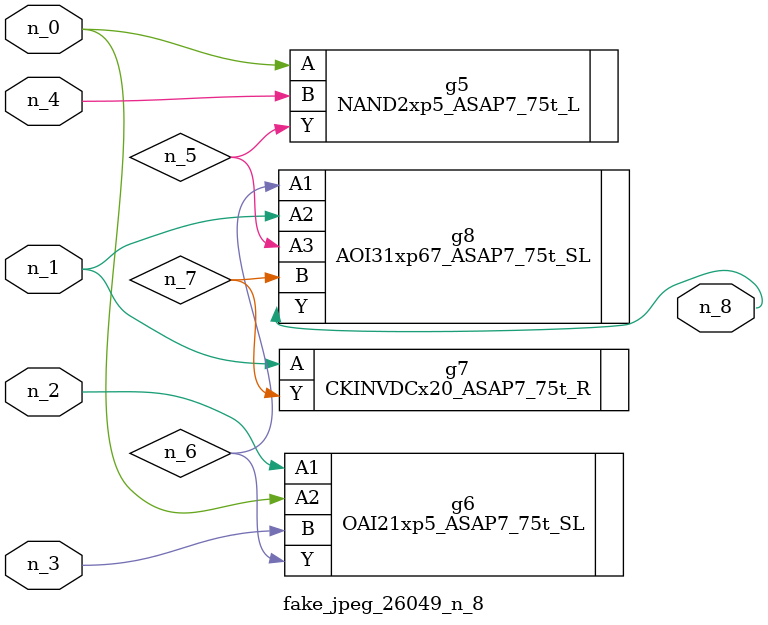
<source format=v>
module fake_jpeg_26049_n_8 (n_3, n_2, n_1, n_0, n_4, n_8);

input n_3;
input n_2;
input n_1;
input n_0;
input n_4;

output n_8;

wire n_6;
wire n_5;
wire n_7;

NAND2xp5_ASAP7_75t_L g5 ( 
.A(n_0),
.B(n_4),
.Y(n_5)
);

OAI21xp5_ASAP7_75t_SL g6 ( 
.A1(n_2),
.A2(n_0),
.B(n_3),
.Y(n_6)
);

CKINVDCx20_ASAP7_75t_R g7 ( 
.A(n_1),
.Y(n_7)
);

AOI31xp67_ASAP7_75t_SL g8 ( 
.A1(n_6),
.A2(n_1),
.A3(n_5),
.B(n_7),
.Y(n_8)
);


endmodule
</source>
